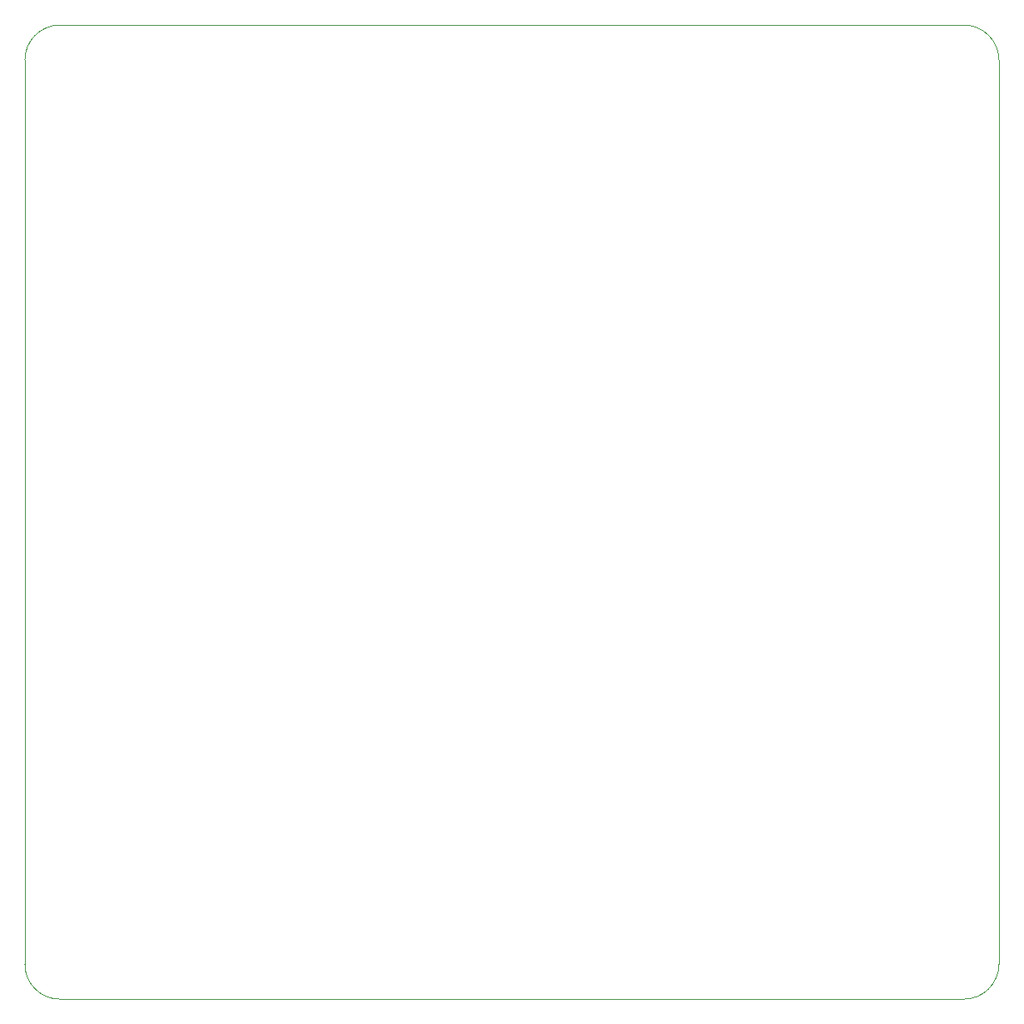
<source format=gbr>
%TF.GenerationSoftware,KiCad,Pcbnew,7.0.7*%
%TF.CreationDate,2023-12-04T17:46:37+09:00*%
%TF.ProjectId,AltairMD_V6,416c7461-6972-44d4-945f-56362e6b6963,rev?*%
%TF.SameCoordinates,Original*%
%TF.FileFunction,Profile,NP*%
%FSLAX46Y46*%
G04 Gerber Fmt 4.6, Leading zero omitted, Abs format (unit mm)*
G04 Created by KiCad (PCBNEW 7.0.7) date 2023-12-04 17:46:37*
%MOMM*%
%LPD*%
G01*
G04 APERTURE LIST*
%TA.AperFunction,Profile*%
%ADD10C,0.100000*%
%TD*%
G04 APERTURE END LIST*
D10*
X202184000Y-149860000D02*
G75*
G03*
X205740000Y-146304000I0J3556000D01*
G01*
X106680000Y-146304000D02*
G75*
G03*
X110236000Y-149860000I3556000J0D01*
G01*
X205740000Y-54356000D02*
G75*
G03*
X202184000Y-50800000I-3556000J0D01*
G01*
X110236000Y-149860000D02*
X202184000Y-149860000D01*
X110236000Y-50800000D02*
G75*
G03*
X106680000Y-54356000I0J-3556000D01*
G01*
X110236000Y-50800000D02*
X202184000Y-50800000D01*
X205740000Y-146304000D02*
X205740000Y-54356000D01*
X106680000Y-54356000D02*
X106680000Y-146304000D01*
M02*

</source>
